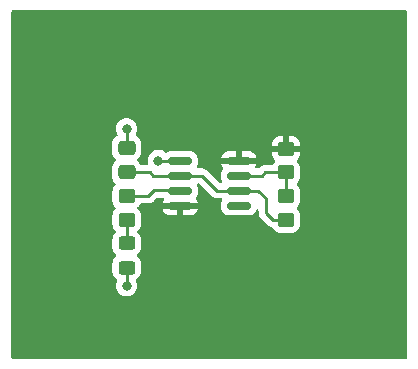
<source format=gbr>
%TF.GenerationSoftware,KiCad,Pcbnew,8.0.6*%
%TF.CreationDate,2025-06-23T21:39:08+01:00*%
%TF.ProjectId,blinky,626c696e-6b79-42e6-9b69-6361645f7063,0.1*%
%TF.SameCoordinates,Original*%
%TF.FileFunction,Copper,L1,Top*%
%TF.FilePolarity,Positive*%
%FSLAX46Y46*%
G04 Gerber Fmt 4.6, Leading zero omitted, Abs format (unit mm)*
G04 Created by KiCad (PCBNEW 8.0.6) date 2025-06-23 21:39:08*
%MOMM*%
%LPD*%
G01*
G04 APERTURE LIST*
G04 Aperture macros list*
%AMRoundRect*
0 Rectangle with rounded corners*
0 $1 Rounding radius*
0 $2 $3 $4 $5 $6 $7 $8 $9 X,Y pos of 4 corners*
0 Add a 4 corners polygon primitive as box body*
4,1,4,$2,$3,$4,$5,$6,$7,$8,$9,$2,$3,0*
0 Add four circle primitives for the rounded corners*
1,1,$1+$1,$2,$3*
1,1,$1+$1,$4,$5*
1,1,$1+$1,$6,$7*
1,1,$1+$1,$8,$9*
0 Add four rect primitives between the rounded corners*
20,1,$1+$1,$2,$3,$4,$5,0*
20,1,$1+$1,$4,$5,$6,$7,0*
20,1,$1+$1,$6,$7,$8,$9,0*
20,1,$1+$1,$8,$9,$2,$3,0*%
G04 Aperture macros list end*
%TA.AperFunction,SMDPad,CuDef*%
%ADD10RoundRect,0.250000X0.450000X-0.325000X0.450000X0.325000X-0.450000X0.325000X-0.450000X-0.325000X0*%
%TD*%
%TA.AperFunction,SMDPad,CuDef*%
%ADD11RoundRect,0.250000X-0.450000X0.350000X-0.450000X-0.350000X0.450000X-0.350000X0.450000X0.350000X0*%
%TD*%
%TA.AperFunction,SMDPad,CuDef*%
%ADD12RoundRect,0.150000X-0.825000X-0.150000X0.825000X-0.150000X0.825000X0.150000X-0.825000X0.150000X0*%
%TD*%
%TA.AperFunction,SMDPad,CuDef*%
%ADD13RoundRect,0.250000X0.475000X-0.337500X0.475000X0.337500X-0.475000X0.337500X-0.475000X-0.337500X0*%
%TD*%
%TA.AperFunction,ViaPad*%
%ADD14C,0.800000*%
%TD*%
%TA.AperFunction,Conductor*%
%ADD15C,0.250000*%
%TD*%
G04 APERTURE END LIST*
D10*
%TO.P,D1,1,K*%
%TO.N,GND*%
X98200000Y-66250000D03*
%TO.P,D1,2,A*%
%TO.N,Net-(D1-A)*%
X98200000Y-64200000D03*
%TD*%
D11*
%TO.P,R2,1*%
%TO.N,Net-(U1-DIS)*%
X111700000Y-60200000D03*
%TO.P,R2,2*%
%TO.N,Net-(U1-THR)*%
X111700000Y-62200000D03*
%TD*%
%TO.P,R3,1*%
%TO.N,Net-(U1-OUT)*%
X98200000Y-60200000D03*
%TO.P,R3,2*%
%TO.N,Net-(D1-A)*%
X98200000Y-62200000D03*
%TD*%
%TO.P,R1,1*%
%TO.N,Net-(BT1-+)*%
X111700000Y-56200000D03*
%TO.P,R1,2*%
%TO.N,Net-(U1-DIS)*%
X111700000Y-58200000D03*
%TD*%
D12*
%TO.P,U1,1,GND*%
%TO.N,GND*%
X102750000Y-57200000D03*
%TO.P,U1,2,~TRIG~*%
%TO.N,Net-(U1-THR)*%
X102750000Y-58470000D03*
%TO.P,U1,3,OUT*%
%TO.N,Net-(U1-OUT)*%
X102750000Y-59740000D03*
%TO.P,U1,4,~RST~*%
%TO.N,Net-(BT1-+)*%
X102750000Y-61010000D03*
%TO.P,U1,5,CTRL*%
%TO.N,unconnected-(U1-CTRL-Pad5)*%
X107700000Y-61010000D03*
%TO.P,U1,6,THR*%
%TO.N,Net-(U1-THR)*%
X107700000Y-59740000D03*
%TO.P,U1,7,DIS*%
%TO.N,Net-(U1-DIS)*%
X107700000Y-58470000D03*
%TO.P,U1,8,VDD*%
%TO.N,Net-(BT1-+)*%
X107700000Y-57200000D03*
%TD*%
D13*
%TO.P,C1,1*%
%TO.N,Net-(U1-THR)*%
X98200000Y-58200000D03*
%TO.P,C1,2*%
%TO.N,GND*%
X98200000Y-56125000D03*
%TD*%
D14*
%TO.N,Net-(BT1-+)*%
X92400000Y-55200000D03*
X118000000Y-55100000D03*
%TO.N,GND*%
X98200000Y-67800000D03*
X100900000Y-57200000D03*
X98200000Y-54500000D03*
%TD*%
D15*
%TO.N,Net-(BT1-+)*%
X111700000Y-56200000D02*
X110000000Y-56200000D01*
X109000000Y-57200000D02*
X110000000Y-56200000D01*
X107700000Y-57200000D02*
X109000000Y-57200000D01*
X107900000Y-57200000D02*
X108000000Y-57100000D01*
%TO.N,GND*%
X102750000Y-57200000D02*
X101000000Y-57200000D01*
X98200000Y-67800000D02*
X98200000Y-66250000D01*
X98200000Y-56125000D02*
X98200000Y-54500000D01*
X101000000Y-57200000D02*
X100900000Y-57200000D01*
%TO.N,Net-(U1-THR)*%
X102750000Y-58470000D02*
X104570000Y-58470000D01*
X110000000Y-61600000D02*
X110000000Y-60400000D01*
X105840000Y-59740000D02*
X107700000Y-59740000D01*
X109340000Y-59740000D02*
X107700000Y-59740000D01*
X102750000Y-58470000D02*
X100470000Y-58470000D01*
X110600000Y-62200000D02*
X110000000Y-61600000D01*
X100200000Y-58200000D02*
X98200000Y-58200000D01*
X100470000Y-58470000D02*
X100200000Y-58200000D01*
X111700000Y-62200000D02*
X110600000Y-62200000D01*
X104570000Y-58470000D02*
X105840000Y-59740000D01*
X110000000Y-60400000D02*
X109340000Y-59740000D01*
%TO.N,Net-(D1-A)*%
X98200000Y-62200000D02*
X98200000Y-64200000D01*
%TO.N,Net-(U1-DIS)*%
X109900000Y-58200000D02*
X111700000Y-58200000D01*
X111700000Y-58200000D02*
X111700000Y-60200000D01*
X109630000Y-58470000D02*
X109900000Y-58200000D01*
X107700000Y-58470000D02*
X109630000Y-58470000D01*
%TO.N,Net-(U1-OUT)*%
X102640000Y-59740000D02*
X102600000Y-59700000D01*
X102750000Y-59740000D02*
X102640000Y-59740000D01*
X102600000Y-59700000D02*
X100500000Y-59700000D01*
X100500000Y-59700000D02*
X100000000Y-60200000D01*
X100000000Y-60200000D02*
X98200000Y-60200000D01*
%TD*%
%TA.AperFunction,Conductor*%
%TO.N,Net-(BT1-+)*%
G36*
X121892539Y-44490185D02*
G01*
X121938294Y-44542989D01*
X121949500Y-44594500D01*
X121949500Y-73845500D01*
X121929815Y-73912539D01*
X121877011Y-73958294D01*
X121825500Y-73969500D01*
X88574500Y-73969500D01*
X88507461Y-73949815D01*
X88461706Y-73897011D01*
X88450500Y-73845500D01*
X88450500Y-55737483D01*
X96974500Y-55737483D01*
X96974500Y-56512501D01*
X96974501Y-56512519D01*
X96985000Y-56615296D01*
X96985001Y-56615299D01*
X97040185Y-56781831D01*
X97040186Y-56781834D01*
X97094023Y-56869119D01*
X97132289Y-56931157D01*
X97256346Y-57055214D01*
X97259182Y-57056963D01*
X97260717Y-57058670D01*
X97262011Y-57059693D01*
X97261836Y-57059914D01*
X97305905Y-57108911D01*
X97317126Y-57177874D01*
X97289282Y-57241956D01*
X97259182Y-57268037D01*
X97256346Y-57269785D01*
X97132289Y-57393842D01*
X97040187Y-57543163D01*
X97040185Y-57543168D01*
X97029803Y-57574499D01*
X96985001Y-57709703D01*
X96985001Y-57709704D01*
X96985000Y-57709704D01*
X96974500Y-57812483D01*
X96974500Y-58587501D01*
X96974501Y-58587519D01*
X96985000Y-58690296D01*
X96985001Y-58690299D01*
X97040185Y-58856831D01*
X97040187Y-58856836D01*
X97075069Y-58913388D01*
X97123507Y-58991920D01*
X97132289Y-59006157D01*
X97244701Y-59118569D01*
X97278186Y-59179892D01*
X97273202Y-59249584D01*
X97244701Y-59293931D01*
X97157289Y-59381342D01*
X97065187Y-59530663D01*
X97065185Y-59530668D01*
X97057184Y-59554815D01*
X97010001Y-59697203D01*
X97010001Y-59697204D01*
X97010000Y-59697204D01*
X96999500Y-59799983D01*
X96999500Y-60600001D01*
X96999501Y-60600019D01*
X97010000Y-60702796D01*
X97010001Y-60702799D01*
X97065185Y-60869331D01*
X97065187Y-60869336D01*
X97157289Y-61018657D01*
X97250951Y-61112319D01*
X97284436Y-61173642D01*
X97279452Y-61243334D01*
X97250951Y-61287681D01*
X97157289Y-61381342D01*
X97065187Y-61530663D01*
X97065185Y-61530668D01*
X97054846Y-61561870D01*
X97010001Y-61697203D01*
X97010001Y-61697204D01*
X97010000Y-61697204D01*
X96999500Y-61799983D01*
X96999500Y-62600001D01*
X96999501Y-62600019D01*
X97010000Y-62702796D01*
X97010001Y-62702799D01*
X97046676Y-62813476D01*
X97065186Y-62869334D01*
X97157287Y-63018655D01*
X97157289Y-63018657D01*
X97263451Y-63124819D01*
X97296936Y-63186142D01*
X97291952Y-63255834D01*
X97263451Y-63300181D01*
X97157289Y-63406342D01*
X97065187Y-63555663D01*
X97065186Y-63555666D01*
X97010001Y-63722203D01*
X97010001Y-63722204D01*
X97010000Y-63722204D01*
X96999500Y-63824983D01*
X96999500Y-64575001D01*
X96999501Y-64575019D01*
X97010000Y-64677796D01*
X97010001Y-64677799D01*
X97065185Y-64844331D01*
X97065187Y-64844336D01*
X97157289Y-64993657D01*
X97281346Y-65117714D01*
X97284182Y-65119463D01*
X97285717Y-65121170D01*
X97287011Y-65122193D01*
X97286836Y-65122414D01*
X97330905Y-65171411D01*
X97342126Y-65240374D01*
X97314282Y-65304456D01*
X97284182Y-65330537D01*
X97281346Y-65332285D01*
X97157289Y-65456342D01*
X97065187Y-65605663D01*
X97065186Y-65605666D01*
X97010001Y-65772203D01*
X97010001Y-65772204D01*
X97010000Y-65772204D01*
X96999500Y-65874983D01*
X96999500Y-66625001D01*
X96999501Y-66625019D01*
X97010000Y-66727796D01*
X97010001Y-66727799D01*
X97065185Y-66894331D01*
X97065187Y-66894336D01*
X97157289Y-67043657D01*
X97281344Y-67167712D01*
X97358682Y-67215414D01*
X97405407Y-67267362D01*
X97416630Y-67336324D01*
X97400974Y-67382952D01*
X97372820Y-67431716D01*
X97314327Y-67611740D01*
X97314326Y-67611744D01*
X97294540Y-67800000D01*
X97314326Y-67988256D01*
X97314327Y-67988259D01*
X97372818Y-68168277D01*
X97372821Y-68168284D01*
X97467467Y-68332216D01*
X97594129Y-68472888D01*
X97747265Y-68584148D01*
X97747270Y-68584151D01*
X97920192Y-68661142D01*
X97920197Y-68661144D01*
X98105354Y-68700500D01*
X98105355Y-68700500D01*
X98294644Y-68700500D01*
X98294646Y-68700500D01*
X98479803Y-68661144D01*
X98652730Y-68584151D01*
X98805871Y-68472888D01*
X98932533Y-68332216D01*
X99027179Y-68168284D01*
X99085674Y-67988256D01*
X99105460Y-67800000D01*
X99085674Y-67611744D01*
X99027179Y-67431716D01*
X98999024Y-67382950D01*
X98982552Y-67315053D01*
X99005404Y-67249026D01*
X99041311Y-67215418D01*
X99118656Y-67167712D01*
X99242712Y-67043656D01*
X99334814Y-66894334D01*
X99389999Y-66727797D01*
X99400500Y-66625009D01*
X99400499Y-65874992D01*
X99389999Y-65772203D01*
X99334814Y-65605666D01*
X99242712Y-65456344D01*
X99118656Y-65332288D01*
X99115819Y-65330538D01*
X99114283Y-65328830D01*
X99112989Y-65327807D01*
X99113163Y-65327585D01*
X99069096Y-65278594D01*
X99057872Y-65209632D01*
X99085713Y-65145549D01*
X99115817Y-65119462D01*
X99118656Y-65117712D01*
X99242712Y-64993656D01*
X99334814Y-64844334D01*
X99389999Y-64677797D01*
X99400500Y-64575009D01*
X99400499Y-63824992D01*
X99389999Y-63722203D01*
X99334814Y-63555666D01*
X99242712Y-63406344D01*
X99136549Y-63300181D01*
X99103064Y-63238858D01*
X99108048Y-63169166D01*
X99136549Y-63124819D01*
X99242712Y-63018656D01*
X99334814Y-62869334D01*
X99389999Y-62702797D01*
X99400500Y-62600009D01*
X99400499Y-61799992D01*
X99398707Y-61782453D01*
X99389999Y-61697203D01*
X99389998Y-61697200D01*
X99378202Y-61661603D01*
X99334814Y-61530666D01*
X99242712Y-61381344D01*
X99149049Y-61287681D01*
X99133935Y-61260001D01*
X101277704Y-61260001D01*
X101277899Y-61262486D01*
X101323718Y-61420198D01*
X101407314Y-61561552D01*
X101407321Y-61561561D01*
X101523438Y-61677678D01*
X101523447Y-61677685D01*
X101664803Y-61761282D01*
X101664806Y-61761283D01*
X101822504Y-61807099D01*
X101822510Y-61807100D01*
X101859350Y-61809999D01*
X101859366Y-61810000D01*
X102500000Y-61810000D01*
X103000000Y-61810000D01*
X103640634Y-61810000D01*
X103640649Y-61809999D01*
X103677489Y-61807100D01*
X103677495Y-61807099D01*
X103835193Y-61761283D01*
X103835196Y-61761282D01*
X103976552Y-61677685D01*
X103976561Y-61677678D01*
X104092678Y-61561561D01*
X104092685Y-61561552D01*
X104176281Y-61420198D01*
X104222100Y-61262486D01*
X104222295Y-61260001D01*
X104222295Y-61260000D01*
X103000000Y-61260000D01*
X103000000Y-61810000D01*
X102500000Y-61810000D01*
X102500000Y-61260000D01*
X101277705Y-61260000D01*
X101277704Y-61260001D01*
X99133935Y-61260001D01*
X99115564Y-61226358D01*
X99120548Y-61156666D01*
X99149049Y-61112319D01*
X99242712Y-61018656D01*
X99325519Y-60884402D01*
X99377467Y-60837679D01*
X99431058Y-60825500D01*
X100061607Y-60825500D01*
X100122029Y-60813481D01*
X100182452Y-60801463D01*
X100182455Y-60801461D01*
X100182458Y-60801461D01*
X100215787Y-60787654D01*
X100215786Y-60787654D01*
X100215792Y-60787652D01*
X100296286Y-60754312D01*
X100347509Y-60720084D01*
X100398733Y-60685858D01*
X100485858Y-60598733D01*
X100485860Y-60598729D01*
X100722772Y-60361816D01*
X100784094Y-60328334D01*
X100810452Y-60325500D01*
X101268545Y-60325500D01*
X101335584Y-60345185D01*
X101381339Y-60397989D01*
X101391283Y-60467147D01*
X101375277Y-60512621D01*
X101323718Y-60599801D01*
X101277899Y-60757513D01*
X101277704Y-60759998D01*
X101277705Y-60760000D01*
X104222295Y-60760000D01*
X104222295Y-60759998D01*
X104222100Y-60757513D01*
X104176281Y-60599801D01*
X104092685Y-60458447D01*
X104087900Y-60452278D01*
X104090366Y-60450364D01*
X104063802Y-60401776D01*
X104068749Y-60332082D01*
X104089856Y-60299232D01*
X104088301Y-60298026D01*
X104093077Y-60291868D01*
X104093081Y-60291865D01*
X104176744Y-60150398D01*
X104222598Y-59992569D01*
X104225500Y-59955694D01*
X104225500Y-59524306D01*
X104222598Y-59487431D01*
X104176744Y-59329602D01*
X104148958Y-59282619D01*
X104131778Y-59214896D01*
X104153938Y-59148634D01*
X104208404Y-59104871D01*
X104255692Y-59095500D01*
X104259548Y-59095500D01*
X104326587Y-59115185D01*
X104347229Y-59131819D01*
X105351016Y-60135606D01*
X105351045Y-60135637D01*
X105441263Y-60225855D01*
X105441267Y-60225858D01*
X105543707Y-60294307D01*
X105543716Y-60294312D01*
X105555594Y-60299232D01*
X105657548Y-60341463D01*
X105717971Y-60353481D01*
X105778393Y-60365500D01*
X105778394Y-60365500D01*
X106194308Y-60365500D01*
X106261347Y-60385185D01*
X106307102Y-60437989D01*
X106317046Y-60507147D01*
X106301041Y-60552620D01*
X106273254Y-60599605D01*
X106273254Y-60599606D01*
X106227402Y-60757426D01*
X106227401Y-60757432D01*
X106224500Y-60794298D01*
X106224500Y-61225701D01*
X106227401Y-61262567D01*
X106227402Y-61262573D01*
X106273254Y-61420393D01*
X106273255Y-61420396D01*
X106356917Y-61561862D01*
X106356923Y-61561870D01*
X106473129Y-61678076D01*
X106473133Y-61678079D01*
X106473135Y-61678081D01*
X106614602Y-61761744D01*
X106656224Y-61773836D01*
X106772426Y-61807597D01*
X106772429Y-61807597D01*
X106772431Y-61807598D01*
X106809306Y-61810500D01*
X106809314Y-61810500D01*
X108590686Y-61810500D01*
X108590694Y-61810500D01*
X108627569Y-61807598D01*
X108627571Y-61807597D01*
X108627573Y-61807597D01*
X108669191Y-61795505D01*
X108785398Y-61761744D01*
X108926865Y-61678081D01*
X109043081Y-61561865D01*
X109126744Y-61420398D01*
X109131423Y-61404291D01*
X109169029Y-61345406D01*
X109232502Y-61316199D01*
X109301688Y-61325945D01*
X109354623Y-61371548D01*
X109374499Y-61438531D01*
X109374500Y-61438886D01*
X109374500Y-61661606D01*
X109381581Y-61697204D01*
X109398537Y-61782453D01*
X109408953Y-61807598D01*
X109408953Y-61807599D01*
X109445685Y-61896280D01*
X109445690Y-61896289D01*
X109479914Y-61947507D01*
X109479915Y-61947509D01*
X109514141Y-61998733D01*
X109605586Y-62090178D01*
X109605608Y-62090198D01*
X110111016Y-62595606D01*
X110111045Y-62595637D01*
X110201264Y-62685856D01*
X110201267Y-62685858D01*
X110252490Y-62720084D01*
X110303714Y-62754312D01*
X110384207Y-62787652D01*
X110417548Y-62801463D01*
X110477971Y-62813481D01*
X110485128Y-62814904D01*
X110547037Y-62847286D01*
X110566474Y-62871423D01*
X110657288Y-63018656D01*
X110781344Y-63142712D01*
X110930666Y-63234814D01*
X111097203Y-63289999D01*
X111199991Y-63300500D01*
X112200008Y-63300499D01*
X112200016Y-63300498D01*
X112200019Y-63300498D01*
X112256302Y-63294748D01*
X112302797Y-63289999D01*
X112469334Y-63234814D01*
X112618656Y-63142712D01*
X112742712Y-63018656D01*
X112834814Y-62869334D01*
X112889999Y-62702797D01*
X112900500Y-62600009D01*
X112900499Y-61799992D01*
X112898707Y-61782453D01*
X112889999Y-61697203D01*
X112889998Y-61697200D01*
X112878202Y-61661603D01*
X112834814Y-61530666D01*
X112742712Y-61381344D01*
X112649049Y-61287681D01*
X112615564Y-61226358D01*
X112620548Y-61156666D01*
X112649049Y-61112319D01*
X112742712Y-61018656D01*
X112834814Y-60869334D01*
X112889999Y-60702797D01*
X112900500Y-60600009D01*
X112900499Y-59799992D01*
X112889999Y-59697203D01*
X112834814Y-59530666D01*
X112742712Y-59381344D01*
X112649049Y-59287681D01*
X112615564Y-59226358D01*
X112620548Y-59156666D01*
X112649049Y-59112319D01*
X112689905Y-59071463D01*
X112742712Y-59018656D01*
X112834814Y-58869334D01*
X112889999Y-58702797D01*
X112900500Y-58600009D01*
X112900499Y-57799992D01*
X112889999Y-57697203D01*
X112834814Y-57530666D01*
X112742712Y-57381344D01*
X112648695Y-57287327D01*
X112615210Y-57226004D01*
X112620194Y-57156312D01*
X112648695Y-57111964D01*
X112742317Y-57018342D01*
X112834356Y-56869124D01*
X112834358Y-56869119D01*
X112889505Y-56702697D01*
X112889506Y-56702690D01*
X112899999Y-56599986D01*
X112900000Y-56599973D01*
X112900000Y-56450000D01*
X110500001Y-56450000D01*
X110500001Y-56599986D01*
X110510494Y-56702697D01*
X110565641Y-56869119D01*
X110565643Y-56869124D01*
X110657684Y-57018345D01*
X110751304Y-57111965D01*
X110784789Y-57173288D01*
X110779805Y-57242980D01*
X110751305Y-57287327D01*
X110657287Y-57381345D01*
X110574481Y-57515597D01*
X110522533Y-57562321D01*
X110468942Y-57574500D01*
X109967741Y-57574500D01*
X109967721Y-57574499D01*
X109961607Y-57574499D01*
X109838394Y-57574499D01*
X109737597Y-57594548D01*
X109737592Y-57594548D01*
X109717549Y-57598536D01*
X109717547Y-57598536D01*
X109670397Y-57618067D01*
X109603719Y-57645685D01*
X109603717Y-57645686D01*
X109501268Y-57714140D01*
X109463857Y-57751552D01*
X109407226Y-57808182D01*
X109345906Y-57841666D01*
X109319547Y-57844500D01*
X109205111Y-57844500D01*
X109138072Y-57824815D01*
X109092317Y-57772011D01*
X109082373Y-57702853D01*
X109098379Y-57657379D01*
X109126281Y-57610198D01*
X109172100Y-57452486D01*
X109172295Y-57450001D01*
X109172295Y-57450000D01*
X106227705Y-57450000D01*
X106227704Y-57450001D01*
X106227899Y-57452486D01*
X106273718Y-57610198D01*
X106357314Y-57751552D01*
X106362100Y-57757722D01*
X106359640Y-57759629D01*
X106386210Y-57808288D01*
X106381226Y-57877980D01*
X106360162Y-57910781D01*
X106361699Y-57911974D01*
X106356915Y-57918140D01*
X106273255Y-58059603D01*
X106273254Y-58059606D01*
X106227402Y-58217426D01*
X106227401Y-58217432D01*
X106224500Y-58254298D01*
X106224500Y-58685701D01*
X106227401Y-58722567D01*
X106227402Y-58722573D01*
X106273254Y-58880393D01*
X106273254Y-58880394D01*
X106301041Y-58927380D01*
X106318222Y-58995104D01*
X106296062Y-59061366D01*
X106241596Y-59105129D01*
X106194308Y-59114500D01*
X106150452Y-59114500D01*
X106083413Y-59094815D01*
X106062771Y-59078181D01*
X105060198Y-58075608D01*
X105060178Y-58075586D01*
X104968733Y-57984141D01*
X104917509Y-57949915D01*
X104866286Y-57915688D01*
X104866283Y-57915686D01*
X104866280Y-57915685D01*
X104785792Y-57882347D01*
X104752453Y-57868537D01*
X104742427Y-57866543D01*
X104692029Y-57856518D01*
X104631610Y-57844500D01*
X104631607Y-57844500D01*
X104631606Y-57844500D01*
X104255692Y-57844500D01*
X104188653Y-57824815D01*
X104142898Y-57772011D01*
X104132954Y-57702853D01*
X104148959Y-57657380D01*
X104148960Y-57657379D01*
X104176744Y-57610398D01*
X104222598Y-57452569D01*
X104225500Y-57415694D01*
X104225500Y-56984306D01*
X104222800Y-56949998D01*
X106227704Y-56949998D01*
X106227705Y-56950000D01*
X107450000Y-56950000D01*
X107950000Y-56950000D01*
X109172295Y-56950000D01*
X109172295Y-56949998D01*
X109172100Y-56947513D01*
X109126281Y-56789801D01*
X109042685Y-56648447D01*
X109042678Y-56648438D01*
X108926561Y-56532321D01*
X108926552Y-56532314D01*
X108785196Y-56448717D01*
X108785193Y-56448716D01*
X108627495Y-56402900D01*
X108627489Y-56402899D01*
X108590649Y-56400000D01*
X107950000Y-56400000D01*
X107950000Y-56950000D01*
X107450000Y-56950000D01*
X107450000Y-56400000D01*
X106809350Y-56400000D01*
X106772510Y-56402899D01*
X106772504Y-56402900D01*
X106614806Y-56448716D01*
X106614803Y-56448717D01*
X106473447Y-56532314D01*
X106473438Y-56532321D01*
X106357321Y-56648438D01*
X106357314Y-56648447D01*
X106273718Y-56789801D01*
X106227899Y-56947513D01*
X106227704Y-56949998D01*
X104222800Y-56949998D01*
X104222598Y-56947431D01*
X104199847Y-56869124D01*
X104176745Y-56789606D01*
X104176744Y-56789603D01*
X104176744Y-56789602D01*
X104093081Y-56648135D01*
X104093079Y-56648133D01*
X104093076Y-56648129D01*
X103976870Y-56531923D01*
X103976862Y-56531917D01*
X103838347Y-56450000D01*
X103835398Y-56448256D01*
X103835397Y-56448255D01*
X103835396Y-56448255D01*
X103835393Y-56448254D01*
X103677573Y-56402402D01*
X103677567Y-56402401D01*
X103640701Y-56399500D01*
X103640694Y-56399500D01*
X101859306Y-56399500D01*
X101859298Y-56399500D01*
X101822432Y-56402401D01*
X101822426Y-56402402D01*
X101664606Y-56448254D01*
X101664605Y-56448254D01*
X101587374Y-56493928D01*
X101519650Y-56511109D01*
X101453388Y-56488949D01*
X101451369Y-56487514D01*
X101397969Y-56448717D01*
X101352730Y-56415849D01*
X101352728Y-56415848D01*
X101352729Y-56415848D01*
X101179807Y-56338857D01*
X101179802Y-56338855D01*
X101034001Y-56307865D01*
X100994646Y-56299500D01*
X100805354Y-56299500D01*
X100772897Y-56306398D01*
X100620197Y-56338855D01*
X100620192Y-56338857D01*
X100447270Y-56415848D01*
X100447265Y-56415851D01*
X100294129Y-56527111D01*
X100167466Y-56667785D01*
X100072821Y-56831715D01*
X100072818Y-56831722D01*
X100023241Y-56984306D01*
X100014326Y-57011744D01*
X99994540Y-57200000D01*
X100014326Y-57388256D01*
X100014327Y-57388259D01*
X100022100Y-57412182D01*
X100024095Y-57482023D01*
X99988015Y-57541856D01*
X99925314Y-57572684D01*
X99904169Y-57574500D01*
X99448348Y-57574500D01*
X99381309Y-57554815D01*
X99342809Y-57515597D01*
X99267712Y-57393844D01*
X99143656Y-57269788D01*
X99140819Y-57268038D01*
X99139283Y-57266330D01*
X99137989Y-57265307D01*
X99138163Y-57265085D01*
X99094096Y-57216094D01*
X99082872Y-57147132D01*
X99110713Y-57083049D01*
X99140817Y-57056962D01*
X99143656Y-57055212D01*
X99267712Y-56931156D01*
X99359814Y-56781834D01*
X99414999Y-56615297D01*
X99425500Y-56512509D01*
X99425499Y-55800013D01*
X110500000Y-55800013D01*
X110500000Y-55950000D01*
X111450000Y-55950000D01*
X111950000Y-55950000D01*
X112899999Y-55950000D01*
X112899999Y-55800028D01*
X112899998Y-55800013D01*
X112889505Y-55697302D01*
X112834358Y-55530880D01*
X112834356Y-55530875D01*
X112742315Y-55381654D01*
X112618345Y-55257684D01*
X112469124Y-55165643D01*
X112469119Y-55165641D01*
X112302697Y-55110494D01*
X112302690Y-55110493D01*
X112199986Y-55100000D01*
X111950000Y-55100000D01*
X111950000Y-55950000D01*
X111450000Y-55950000D01*
X111450000Y-55100000D01*
X111200029Y-55100000D01*
X111200012Y-55100001D01*
X111097302Y-55110494D01*
X110930880Y-55165641D01*
X110930875Y-55165643D01*
X110781654Y-55257684D01*
X110657684Y-55381654D01*
X110565643Y-55530875D01*
X110565641Y-55530880D01*
X110510494Y-55697302D01*
X110510493Y-55697309D01*
X110500000Y-55800013D01*
X99425499Y-55800013D01*
X99425499Y-55737492D01*
X99414999Y-55634703D01*
X99359814Y-55468166D01*
X99267712Y-55318844D01*
X99143656Y-55194788D01*
X99143655Y-55194787D01*
X99021273Y-55119302D01*
X98974548Y-55067354D01*
X98963325Y-54998392D01*
X98978982Y-54951763D01*
X99027179Y-54868284D01*
X99085674Y-54688256D01*
X99105460Y-54500000D01*
X99085674Y-54311744D01*
X99027179Y-54131716D01*
X98932533Y-53967784D01*
X98805871Y-53827112D01*
X98805870Y-53827111D01*
X98652734Y-53715851D01*
X98652729Y-53715848D01*
X98479807Y-53638857D01*
X98479802Y-53638855D01*
X98334001Y-53607865D01*
X98294646Y-53599500D01*
X98105354Y-53599500D01*
X98072897Y-53606398D01*
X97920197Y-53638855D01*
X97920192Y-53638857D01*
X97747270Y-53715848D01*
X97747265Y-53715851D01*
X97594129Y-53827111D01*
X97467466Y-53967785D01*
X97372821Y-54131715D01*
X97372818Y-54131722D01*
X97314327Y-54311740D01*
X97314326Y-54311744D01*
X97294540Y-54500000D01*
X97314326Y-54688256D01*
X97314327Y-54688259D01*
X97372818Y-54868277D01*
X97372820Y-54868281D01*
X97372821Y-54868284D01*
X97414891Y-54941152D01*
X97421018Y-54951764D01*
X97437490Y-55019664D01*
X97414637Y-55085691D01*
X97378727Y-55119302D01*
X97256342Y-55194789D01*
X97132289Y-55318842D01*
X97040187Y-55468163D01*
X97040186Y-55468166D01*
X96985001Y-55634703D01*
X96985001Y-55634704D01*
X96985000Y-55634704D01*
X96974500Y-55737483D01*
X88450500Y-55737483D01*
X88450500Y-44594500D01*
X88470185Y-44527461D01*
X88522989Y-44481706D01*
X88574500Y-44470500D01*
X121825500Y-44470500D01*
X121892539Y-44490185D01*
G37*
%TD.AperFunction*%
%TD*%
M02*

</source>
